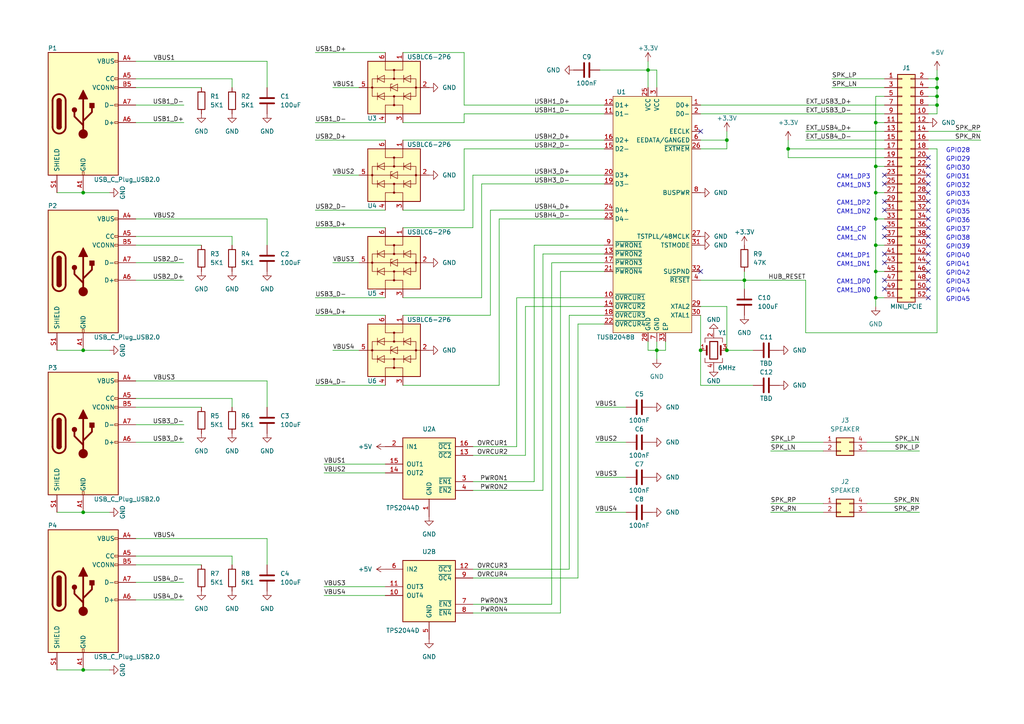
<source format=kicad_sch>
(kicad_sch (version 20230121) (generator eeschema)
  (paper "A4")
  (title_block (title "uConsole Extension USB Hub") (date "2023-07-26") (rev "0.1.0") (company "by argrento") (comment 2 "https://codeberg.org/argrento/uconsole-ext-usb-hub") (comment 4 "--->  UNTESTED  <---"))
  (lib_symbols
    (symbol "Connector:USB_C_Plug_USB2.0" (pin_names (offset 1.016))
      (property "Reference" "P" (at -10.16 19.05 0))
      (property "Value" "USB_C_Plug_USB2.0" (at 12.7 19.05 0))
      (symbol "USB_C_Plug_USB2.0_1_1"
        (pin passive line (at 0 -22.86 90) (length 5.08) (name "GND") (number "A1"))
        (pin passive line (at 0 -22.86 90) (length 5.08) hide (name "GND") (number "A12"))
        (pin passive line (at 15.24 15.24 180) (length 5.08) (name "VBUS") (number "A4"))
        (pin bidirectional line (at 15.24 10.16 180) (length 5.08) (name "CC") (number "A5"))
        (pin bidirectional line (at 15.24 -2.54 180) (length 5.08) (name "D+") (number "A6"))
        (pin bidirectional line (at 15.24 2.54 180) (length 5.08) (name "D-") (number "A7"))
        (pin passive line (at 15.24 15.24 180) (length 5.08) hide (name "VBUS") (number "A9"))
        (pin passive line (at 0 -22.86 90) (length 5.08) hide (name "GND") (number "B1"))
        (pin passive line (at 0 -22.86 90) (length 5.08) hide (name "GND") (number "B12"))
        (pin passive line (at 15.24 15.24 180) (length 5.08) hide (name "VBUS") (number "B4"))
        (pin bidirectional line (at 15.24 7.62 180) (length 5.08) (name "VCONN") (number "B5"))
        (pin passive line (at 15.24 15.24 180) (length 5.08) hide (name "VBUS") (number "B9"))
        (pin passive line (at -7.62 -22.86 90) (length 5.08) (name "SHIELD") (number "S1"))
      )
    )
    (symbol "Connector_Generic:Conn_02x02_Counter_Clockwise" (pin_names (offset 1.016) hide)
      (property "Reference" "J" (at 1.27 2.54 0))
      (property "Value" "Conn_02x02_Counter_Clockwise" (at 1.27 -5.08 0))
      (symbol "Conn_02x02_Counter_Clockwise_1_1"
        (pin passive line (at -5.08 0 0) (length 3.81) (name "Pin_1") (number "1"))
        (pin passive line (at -5.08 -2.54 0) (length 3.81) (name "Pin_2") (number "2"))
        (pin passive line (at 7.62 -2.54 180) (length 3.81) (name "Pin_3") (number "3"))
        (pin passive line (at 7.62 0 180) (length 3.81) (name "Pin_4") (number "4"))
      )
    )
    (symbol "Connector_Generic:Conn_02x26_Odd_Even" (pin_names (offset 1.016) hide)
      (property "Reference" "J" (at 1.27 33.02 0))
      (property "Value" "Conn_02x26_Odd_Even" (at 1.27 -35.56 0))
      (symbol "Conn_02x26_Odd_Even_1_1"
        (pin passive line (at -5.08 30.48 0) (length 3.81) (name "Pin_1") (number "1"))
        (pin passive line (at 7.62 20.32 180) (length 3.81) (name "Pin_10") (number "10"))
        (pin passive line (at -5.08 17.78 0) (length 3.81) (name "Pin_11") (number "11"))
        (pin passive line (at 7.62 17.78 180) (length 3.81) (name "Pin_12") (number "12"))
        (pin passive line (at -5.08 15.24 0) (length 3.81) (name "Pin_13") (number "13"))
        (pin passive line (at 7.62 15.24 180) (length 3.81) (name "Pin_14") (number "14"))
        (pin passive line (at -5.08 12.7 0) (length 3.81) (name "Pin_15") (number "15"))
        (pin passive line (at 7.62 12.7 180) (length 3.81) (name "Pin_16") (number "16"))
        (pin passive line (at -5.08 10.16 0) (length 3.81) (name "Pin_17") (number "17"))
        (pin passive line (at 7.62 10.16 180) (length 3.81) (name "Pin_18") (number "18"))
        (pin passive line (at -5.08 7.62 0) (length 3.81) (name "Pin_19") (number "19"))
        (pin passive line (at 7.62 30.48 180) (length 3.81) (name "Pin_2") (number "2"))
        (pin passive line (at 7.62 7.62 180) (length 3.81) (name "Pin_20") (number "20"))
        (pin passive line (at -5.08 5.08 0) (length 3.81) (name "Pin_21") (number "21"))
        (pin passive line (at 7.62 5.08 180) (length 3.81) (name "Pin_22") (number "22"))
        (pin passive line (at -5.08 2.54 0) (length 3.81) (name "Pin_23") (number "23"))
        (pin passive line (at 7.62 2.54 180) (length 3.81) (name "Pin_24") (number "24"))
        (pin passive line (at -5.08 0 0) (length 3.81) (name "Pin_25") (number "25"))
        (pin passive line (at 7.62 0 180) (length 3.81) (name "Pin_26") (number "26"))
        (pin passive line (at -5.08 -2.54 0) (length 3.81) (name "Pin_27") (number "27"))
        (pin passive line (at 7.62 -2.54 180) (length 3.81) (name "Pin_28") (number "28"))
        (pin passive line (at -5.08 -5.08 0) (length 3.81) (name "Pin_29") (number "29"))
        (pin passive line (at -5.08 27.94 0) (length 3.81) (name "Pin_3") (number "3"))
        (pin passive line (at 7.62 -5.08 180) (length 3.81) (name "Pin_30") (number "30"))
        (pin passive line (at -5.08 -7.62 0) (length 3.81) (name "Pin_31") (number "31"))
        (pin passive line (at 7.62 -7.62 180) (length 3.81) (name "Pin_32") (number "32"))
        (pin passive line (at -5.08 -10.16 0) (length 3.81) (name "Pin_33") (number "33"))
        (pin passive line (at 7.62 -10.16 180) (length 3.81) (name "Pin_34") (number "34"))
        (pin passive line (at -5.08 -12.7 0) (length 3.81) (name "Pin_35") (number "35"))
        (pin passive line (at 7.62 -12.7 180) (length 3.81) (name "Pin_36") (number "36"))
        (pin passive line (at -5.08 -15.24 0) (length 3.81) (name "Pin_37") (number "37"))
        (pin passive line (at 7.62 -15.24 180) (length 3.81) (name "Pin_38") (number "38"))
        (pin passive line (at -5.08 -17.78 0) (length 3.81) (name "Pin_39") (number "39"))
        (pin passive line (at 7.62 27.94 180) (length 3.81) (name "Pin_4") (number "4"))
        (pin passive line (at 7.62 -17.78 180) (length 3.81) (name "Pin_40") (number "40"))
        (pin passive line (at -5.08 -20.32 0) (length 3.81) (name "Pin_41") (number "41"))
        (pin passive line (at 7.62 -20.32 180) (length 3.81) (name "Pin_42") (number "42"))
        (pin passive line (at -5.08 -22.86 0) (length 3.81) (name "Pin_43") (number "43"))
        (pin passive line (at 7.62 -22.86 180) (length 3.81) (name "Pin_44") (number "44"))
        (pin passive line (at -5.08 -25.4 0) (length 3.81) (name "Pin_45") (number "45"))
        (pin passive line (at 7.62 -25.4 180) (length 3.81) (name "Pin_46") (number "46"))
        (pin passive line (at -5.08 -27.94 0) (length 3.81) (name "Pin_47") (number "47"))
        (pin passive line (at 7.62 -27.94 180) (length 3.81) (name "Pin_48") (number "48"))
        (pin passive line (at -5.08 -30.48 0) (length 3.81) (name "Pin_49") (number "49"))
        (pin passive line (at -5.08 25.4 0) (length 3.81) (name "Pin_5") (number "5"))
        (pin passive line (at 7.62 -30.48 180) (length 3.81) (name "Pin_50") (number "50"))
        (pin passive line (at -5.08 -33.02 0) (length 3.81) (name "Pin_51") (number "51"))
        (pin passive line (at 7.62 -33.02 180) (length 3.81) (name "Pin_52") (number "52"))
        (pin passive line (at 7.62 25.4 180) (length 3.81) (name "Pin_6") (number "6"))
        (pin passive line (at -5.08 22.86 0) (length 3.81) (name "Pin_7") (number "7"))
        (pin passive line (at 7.62 22.86 180) (length 3.81) (name "Pin_8") (number "8"))
        (pin passive line (at -5.08 20.32 0) (length 3.81) (name "Pin_9") (number "9"))
      )
    )
    (symbol "Device:C" (pin_numbers hide) (pin_names (offset 0.254))
      (property "Reference" "C" (at 0.635 2.54 0))
      (property "Value" "C" (at 0.635 -2.54 0))
      (symbol "C_1_1"
        (pin passive line (at 0 3.81 270) (length 2.794) (name "~") (number "1"))
        (pin passive line (at 0 -3.81 90) (length 2.794) (name "~") (number "2"))
      )
    )
    (symbol "Device:Crystal_GND24" (pin_names (offset 1.016) hide)
      (property "Reference" "Y" (at 3.175 5.08 0))
      (property "Value" "Crystal_GND24" (at 3.175 3.175 0))
      (symbol "Crystal_GND24_1_1"
        (pin passive line (at -3.81 0 0) (length 1.27) (name "1") (number "1"))
        (pin passive line (at 0 5.08 270) (length 1.27) (name "2") (number "2"))
        (pin passive line (at 3.81 0 180) (length 1.27) (name "3") (number "3"))
        (pin passive line (at 0 -5.08 90) (length 1.27) (name "4") (number "4"))
      )
    )
    (symbol "Device:R" (pin_numbers hide) (pin_names (offset 0))
      (property "Reference" "R" (at 2.032 0 90))
      (property "Value" "R" (at 0 0 90))
      (symbol "R_1_1"
        (pin passive line (at 0 3.81 270) (length 1.27) (name "~") (number "1"))
        (pin passive line (at 0 -3.81 90) (length 1.27) (name "~") (number "2"))
      )
    )
    (symbol "Power_Management:TPS2044D" (pin_names (offset 1.016))
      (property "Reference" "U" (at 0 10.795 0))
      (property "Value" "TPS2044D" (at 0 8.89 0))
      (symbol "TPS2044D_1_1"
        (pin power_in line (at 0 -15.24 90) (length 5.08) (name "GND") (number "1"))
        (pin open_collector line (at -12.7 2.54 0) (length 5.08) (name "~{OC2}") (number "13"))
        (pin power_out line (at 12.7 -2.54 180) (length 5.08) (name "OUT2") (number "14"))
        (pin power_out line (at 12.7 0 180) (length 5.08) (name "OUT1") (number "15"))
        (pin open_collector line (at -12.7 5.08 0) (length 5.08) (name "~{OC1}") (number "16"))
        (pin power_in line (at 12.7 5.08 180) (length 5.08) (name "IN1") (number "2"))
        (pin input line (at -12.7 -5.08 0) (length 5.08) (name "~{EN1}") (number "3"))
        (pin input line (at -12.7 -7.62 0) (length 5.08) (name "~{EN2}") (number "4"))
      )
      (symbol "TPS2044D_2_1"
        (pin power_out line (at 12.7 -2.54 180) (length 5.08) (name "OUT4") (number "10"))
        (pin power_out line (at 12.7 0 180) (length 5.08) (name "OUT3") (number "11"))
        (pin open_collector line (at -12.7 5.08 0) (length 5.08) (name "~{OC3}") (number "12"))
        (pin power_in line (at 0 -15.24 90) (length 5.08) (name "GND") (number "5"))
        (pin power_in line (at 12.7 5.08 180) (length 5.08) (name "IN2") (number "6"))
        (pin input line (at -12.7 -5.08 0) (length 5.08) (name "~{EN3}") (number "7"))
        (pin input line (at -12.7 -7.62 0) (length 5.08) (name "~{EN4}") (number "8"))
        (pin open_collector line (at -12.7 2.54 0) (length 5.08) (name "~{OC4}") (number "9"))
      )
    )
    (symbol "Power_Protection:USBLC6-2P6" (pin_names hide)
      (property "Reference" "U" (at 2.54 8.89 0))
      (property "Value" "USBLC6-2P6" (at 2.54 -8.89 0))
      (symbol "USBLC6-2P6_1_1"
        (pin passive line (at -10.16 -2.54 0) (length 2.54) (name "I/O1") (number "1"))
        (pin passive line (at 0 -10.16 90) (length 2.54) (name "GND") (number "2"))
        (pin passive line (at 10.16 -2.54 180) (length 2.54) (name "I/O2") (number "3"))
        (pin passive line (at 10.16 2.54 180) (length 2.54) (name "I/O2") (number "4"))
        (pin passive line (at 0 10.16 270) (length 2.54) (name "VBUS") (number "5"))
        (pin passive line (at -10.16 2.54 0) (length 2.54) (name "I/O1") (number "6"))
      )
    )
    (symbol "custom_components:TUSB2046x"
      (property "Reference" "U" (at -10.16 35.56 0))
      (property "Value" "TUSB2046B" (at 7.62 -38.1 0))
      (symbol "TUSB2046x_1_1"
        (pin bidirectional line (at -15.24 30.48 0) (length 2.54) (name "D0+") (number "1"))
        (pin input line (at 12.7 -25.4 180) (length 2.54) (name "~{OVRCUR1}") (number "10"))
        (pin bidirectional line (at 12.7 27.94 180) (length 2.54) (name "D1-") (number "11"))
        (pin bidirectional line (at 12.7 30.48 180) (length 2.54) (name "D1+") (number "12"))
        (pin output line (at 12.7 -12.7 180) (length 2.54) (name "~{PWRON2}") (number "13"))
        (pin input line (at 12.7 -27.94 180) (length 2.54) (name "~{OVRCUR2}") (number "14"))
        (pin bidirectional line (at 12.7 17.78 180) (length 2.54) (name "D2-") (number "15"))
        (pin bidirectional line (at 12.7 20.32 180) (length 2.54) (name "D2+") (number "16"))
        (pin output line (at 12.7 -15.24 180) (length 2.54) (name "~{PWRON3}") (number "17"))
        (pin input line (at 12.7 -30.48 180) (length 2.54) (name "~{OVRCUR3}") (number "18"))
        (pin bidirectional line (at 12.7 7.62 180) (length 2.54) (name "D3-") (number "19"))
        (pin bidirectional line (at -15.24 27.94 0) (length 2.54) (name "D0-") (number "2"))
        (pin bidirectional line (at 12.7 10.16 180) (length 2.54) (name "D3+") (number "20"))
        (pin output line (at 12.7 -17.78 180) (length 2.54) (name "~{PWRON4}") (number "21"))
        (pin input line (at 12.7 -33.02 180) (length 2.54) (name "~{OVRCUR4}") (number "22"))
        (pin bidirectional line (at 12.7 -2.54 180) (length 2.54) (name "D4-") (number "23"))
        (pin bidirectional line (at 12.7 0 180) (length 2.54) (name "D4+") (number "24"))
        (pin power_in line (at 0 35.56 270) (length 2.54) (name "VCC") (number "25"))
        (pin input line (at -15.24 17.78 0) (length 2.54) (name "~{EXTMEM}") (number "26"))
        (pin bidirectional line (at -15.24 -7.62 0) (length 2.54) (name "TSTPLL/48MCLK") (number "27"))
        (pin passive line (at 0 -38.1 90) (length 2.54) (name "GND") (number "28"))
        (pin input line (at -15.24 -27.94 0) (length 2.54) (name "XTAL2") (number "29"))
        (pin power_in line (at -2.54 35.56 270) (length 2.54) (name "VCC") (number "3"))
        (pin input line (at -15.24 -30.48 0) (length 2.54) (name "XTAL1") (number "30"))
        (pin input line (at -15.24 -10.16 0) (length 2.54) (name "TSTMODE") (number "31"))
        (pin input line (at -15.24 -17.78 0) (length 2.54) (name "SUSPND") (number "32"))
        (pin passive line (at -5.08 -38.1 90) (length 2.54) (name "EP") (number "33"))
        (pin power_in line (at -15.24 -20.32 0) (length 2.54) (name "~{RESET}") (number "4"))
        (pin output line (at -15.24 22.86 0) (length 2.54) (name "EECLK") (number "5"))
        (pin bidirectional line (at -15.24 20.32 0) (length 2.54) (name "EEDATA/GANGED") (number "6"))
        (pin passive line (at -2.54 -38.1 90) (length 2.54) (name "GND") (number "7"))
        (pin passive line (at -15.24 5.08 0) (length 2.54) (name "BUSPWR") (number "8"))
        (pin output line (at 12.7 -10.16 180) (length 2.54) (name "~{PWRON1}") (number "9"))
      )
    )
    (symbol "power:+3.3V" (power) (pin_names (offset 0))
      (property "Value" "+3.3V" (at 0 3.556 0))
      (symbol "+3.3V_1_1"
        (pin power_in line (at 0 0 90) (length 0) hide (name "+3.3V") (number "1"))
      )
    )
    (symbol "power:+5V" (power) (pin_names (offset 0))
      (property "Value" "+5V" (at 0 3.556 0))
      (symbol "+5V_1_1"
        (pin power_in line (at 0 0 90) (length 0) hide (name "+5V") (number "1"))
      )
    )
    (symbol "power:GND" (power) (pin_names (offset 0))
      (property "Value" "GND" (at 0 -3.81 0))
      (symbol "GND_1_1"
        (pin power_in line (at 0 0 270) (length 0) hide (name "GND") (number "1"))
      )
    )
  )
  (junction (at 254 55.88))
  (junction (at 24.13 55.88))
  (junction (at 203.2 101.6))
  (junction (at 271.78 30.48))
  (junction (at 190.5 101.6))
  (junction (at 271.78 22.86))
  (junction (at 228.6 43.18))
  (junction (at 254 63.5))
  (junction (at 254 78.74))
  (junction (at 24.13 194.31))
  (junction (at 24.13 148.59))
  (junction (at 271.78 27.94))
  (junction (at 24.13 101.6))
  (junction (at 187.96 20.32))
  (junction (at 271.78 25.4))
  (junction (at 210.82 40.64))
  (junction (at 254 35.56))
  (junction (at 215.9 81.28))
  (junction (at 254 48.26))
  (junction (at 254 71.12))
  (junction (at 210.82 101.6))
  (junction (at 254 86.36))
  (no_connect (at 269.24 81.28))
  (no_connect (at 269.24 55.88))
  (no_connect (at 269.24 71.12))
  (no_connect (at 256.54 66.04))
  (no_connect (at 269.24 60.96))
  (no_connect (at 269.24 53.34))
  (no_connect (at 269.24 76.2))
  (no_connect (at 256.54 53.34))
  (no_connect (at 256.54 76.2))
  (no_connect (at 256.54 83.82))
  (no_connect (at 256.54 58.42))
  (no_connect (at 269.24 78.74))
  (no_connect (at 269.24 66.04))
  (no_connect (at 203.2 38.1))
  (no_connect (at 256.54 73.66))
  (no_connect (at 269.24 86.36))
  (no_connect (at 256.54 81.28))
  (no_connect (at 269.24 45.72))
  (no_connect (at 269.24 48.26))
  (no_connect (at 256.54 50.8))
  (no_connect (at 269.24 73.66))
  (no_connect (at 269.24 58.42))
  (no_connect (at 203.2 78.74))
  (no_connect (at 256.54 68.58))
  (no_connect (at 256.54 60.96))
  (no_connect (at 269.24 68.58))
  (no_connect (at 269.24 63.5))
  (no_connect (at 269.24 83.82))
  (no_connect (at 269.24 50.8))
  (wire (pts (xy 254 71.12) (xy 254 78.74)))
  (wire (pts (xy 134.62 43.18) (xy 175.26 43.18)))
  (wire (pts (xy 254 48.26) (xy 256.54 48.26)))
  (wire (pts (xy 53.34 35.56) (xy 39.37 35.56)))
  (wire (pts (xy 228.6 43.18) (xy 228.6 40.64)))
  (wire (pts (xy 223.52 148.59) (xy 238.76 148.59)))
  (wire (pts (xy 39.37 25.4) (xy 58.42 25.4)))
  (wire (pts (xy 210.82 101.6) (xy 218.44 101.6)))
  (wire (pts (xy 233.68 40.64) (xy 256.54 40.64)))
  (wire (pts (xy 93.98 172.72) (xy 111.76 172.72)))
  (wire (pts (xy 175.26 71.12) (xy 154.94 71.12)))
  (wire (pts (xy 256.54 27.94) (xy 254 27.94)))
  (wire (pts (xy 91.44 111.76) (xy 111.76 111.76)))
  (wire (pts (xy 91.44 15.24) (xy 111.76 15.24)))
  (wire (pts (xy 137.16 139.7) (xy 154.94 139.7)))
  (wire (pts (xy 96.52 101.6) (xy 104.14 101.6)))
  (wire (pts (xy 91.44 66.04) (xy 111.76 66.04)))
  (wire (pts (xy 210.82 40.64) (xy 210.82 38.1)))
  (wire (pts (xy 165.1 165.1) (xy 137.16 165.1)))
  (wire (pts (xy 228.6 45.72) (xy 256.54 45.72)))
  (wire (pts (xy 39.37 118.11) (xy 58.42 118.11)))
  (wire (pts (xy 39.37 17.78) (xy 77.47 17.78)))
  (wire (pts (xy 162.56 78.74) (xy 175.26 78.74)))
  (wire (pts (xy 190.5 99.06) (xy 190.5 101.6)))
  (wire (pts (xy 215.9 81.28) (xy 215.9 83.82)))
  (wire (pts (xy 233.68 81.28) (xy 233.68 96.52)))
  (wire (pts (xy 139.7 53.34) (xy 139.7 86.36)))
  (wire (pts (xy 77.47 110.49) (xy 77.47 118.11)))
  (wire (pts (xy 215.9 78.74) (xy 215.9 81.28)))
  (wire (pts (xy 269.24 25.4) (xy 271.78 25.4)))
  (wire (pts (xy 134.62 33.02) (xy 134.62 35.56)))
  (wire (pts (xy 157.48 73.66) (xy 175.26 73.66)))
  (wire (pts (xy 241.3 25.4) (xy 256.54 25.4)))
  (wire (pts (xy 165.1 91.44) (xy 165.1 165.1)))
  (wire (pts (xy 173.99 20.32) (xy 187.96 20.32)))
  (wire (pts (xy 266.7 128.27) (xy 251.46 128.27)))
  (wire (pts (xy 96.52 25.4) (xy 104.14 25.4)))
  (wire (pts (xy 53.34 81.28) (xy 39.37 81.28)))
  (wire (pts (xy 16.51 194.31) (xy 24.13 194.31)))
  (wire (pts (xy 157.48 142.24) (xy 137.16 142.24)))
  (wire (pts (xy 254 63.5) (xy 254 71.12)))
  (wire (pts (xy 233.68 38.1) (xy 256.54 38.1)))
  (wire (pts (xy 172.72 148.59) (xy 181.61 148.59)))
  (wire (pts (xy 210.82 43.18) (xy 210.82 40.64)))
  (wire (pts (xy 24.13 101.6) (xy 31.75 101.6)))
  (wire (pts (xy 254 48.26) (xy 254 55.88)))
  (wire (pts (xy 77.47 17.78) (xy 77.47 25.4)))
  (wire (pts (xy 96.52 50.8) (xy 104.14 50.8)))
  (wire (pts (xy 269.24 30.48) (xy 271.78 30.48)))
  (wire (pts (xy 203.2 81.28) (xy 215.9 81.28)))
  (wire (pts (xy 53.34 173.99) (xy 39.37 173.99)))
  (wire (pts (xy 149.86 129.54) (xy 137.16 129.54)))
  (wire (pts (xy 254 78.74) (xy 256.54 78.74)))
  (wire (pts (xy 67.31 161.29) (xy 67.31 163.83)))
  (wire (pts (xy 271.78 33.02) (xy 271.78 30.48)))
  (wire (pts (xy 77.47 156.21) (xy 77.47 163.83)))
  (wire (pts (xy 116.84 66.04) (xy 137.16 66.04)))
  (wire (pts (xy 241.3 22.86) (xy 256.54 22.86)))
  (wire (pts (xy 187.96 20.32) (xy 190.5 20.32)))
  (wire (pts (xy 228.6 43.18) (xy 256.54 43.18)))
  (wire (pts (xy 16.51 101.6) (xy 24.13 101.6)))
  (wire (pts (xy 172.72 128.27) (xy 181.61 128.27)))
  (wire (pts (xy 39.37 63.5) (xy 77.47 63.5)))
  (wire (pts (xy 137.16 66.04) (xy 137.16 50.8)))
  (wire (pts (xy 256.54 30.48) (xy 203.2 30.48)))
  (wire (pts (xy 271.78 25.4) (xy 271.78 22.86)))
  (wire (pts (xy 193.04 101.6) (xy 193.04 99.06)))
  (wire (pts (xy 137.16 50.8) (xy 175.26 50.8)))
  (wire (pts (xy 53.34 128.27) (xy 39.37 128.27)))
  (wire (pts (xy 266.7 146.05) (xy 251.46 146.05)))
  (wire (pts (xy 254 71.12) (xy 256.54 71.12)))
  (wire (pts (xy 254 55.88) (xy 254 63.5)))
  (wire (pts (xy 175.26 33.02) (xy 134.62 33.02)))
  (wire (pts (xy 67.31 22.86) (xy 67.31 25.4)))
  (wire (pts (xy 190.5 20.32) (xy 190.5 25.4)))
  (wire (pts (xy 203.2 43.18) (xy 210.82 43.18)))
  (wire (pts (xy 254 78.74) (xy 254 86.36)))
  (wire (pts (xy 165.1 91.44) (xy 175.26 91.44)))
  (wire (pts (xy 203.2 40.64) (xy 210.82 40.64)))
  (wire (pts (xy 284.48 40.64) (xy 269.24 40.64)))
  (wire (pts (xy 203.2 91.44) (xy 203.2 101.6)))
  (wire (pts (xy 271.78 43.18) (xy 271.78 96.52)))
  (wire (pts (xy 154.94 71.12) (xy 154.94 139.7)))
  (wire (pts (xy 172.72 138.43) (xy 181.61 138.43)))
  (wire (pts (xy 266.7 148.59) (xy 251.46 148.59)))
  (wire (pts (xy 24.13 55.88) (xy 31.75 55.88)))
  (wire (pts (xy 254 27.94) (xy 254 35.56)))
  (wire (pts (xy 53.34 30.48) (xy 39.37 30.48)))
  (wire (pts (xy 39.37 68.58) (xy 67.31 68.58)))
  (wire (pts (xy 53.34 168.91) (xy 39.37 168.91)))
  (wire (pts (xy 254 55.88) (xy 256.54 55.88)))
  (wire (pts (xy 39.37 115.57) (xy 67.31 115.57)))
  (wire (pts (xy 271.78 30.48) (xy 271.78 27.94)))
  (wire (pts (xy 162.56 177.8) (xy 137.16 177.8)))
  (wire (pts (xy 160.02 175.26) (xy 137.16 175.26)))
  (wire (pts (xy 16.51 55.88) (xy 24.13 55.88)))
  (wire (pts (xy 187.96 101.6) (xy 190.5 101.6)))
  (wire (pts (xy 144.78 111.76) (xy 116.84 111.76)))
  (wire (pts (xy 254 63.5) (xy 256.54 63.5)))
  (wire (pts (xy 39.37 156.21) (xy 77.47 156.21)))
  (wire (pts (xy 134.62 15.24) (xy 116.84 15.24)))
  (wire (pts (xy 218.44 111.76) (xy 203.2 111.76)))
  (wire (pts (xy 271.78 22.86) (xy 271.78 20.32)))
  (wire (pts (xy 223.52 130.81) (xy 238.76 130.81)))
  (wire (pts (xy 254 35.56) (xy 254 48.26)))
  (wire (pts (xy 134.62 43.18) (xy 134.62 60.96)))
  (wire (pts (xy 91.44 60.96) (xy 111.76 60.96)))
  (wire (pts (xy 172.72 118.11) (xy 181.61 118.11)))
  (wire (pts (xy 175.26 76.2) (xy 160.02 76.2)))
  (wire (pts (xy 157.48 73.66) (xy 157.48 142.24)))
  (wire (pts (xy 91.44 91.44) (xy 111.76 91.44)))
  (wire (pts (xy 144.78 63.5) (xy 175.26 63.5)))
  (wire (pts (xy 139.7 86.36) (xy 116.84 86.36)))
  (wire (pts (xy 24.13 148.59) (xy 31.75 148.59)))
  (wire (pts (xy 266.7 130.81) (xy 251.46 130.81)))
  (wire (pts (xy 137.16 132.08) (xy 152.4 132.08)))
  (wire (pts (xy 254 86.36) (xy 256.54 86.36)))
  (wire (pts (xy 152.4 88.9) (xy 175.26 88.9)))
  (wire (pts (xy 190.5 101.6) (xy 193.04 101.6)))
  (wire (pts (xy 67.31 115.57) (xy 67.31 118.11)))
  (wire (pts (xy 149.86 86.36) (xy 175.26 86.36)))
  (wire (pts (xy 91.44 35.56) (xy 111.76 35.56)))
  (wire (pts (xy 269.24 27.94) (xy 271.78 27.94)))
  (wire (pts (xy 134.62 30.48) (xy 134.62 15.24)))
  (wire (pts (xy 210.82 88.9) (xy 210.82 101.6)))
  (wire (pts (xy 187.96 99.06) (xy 187.96 101.6)))
  (wire (pts (xy 175.26 30.48) (xy 134.62 30.48)))
  (wire (pts (xy 160.02 76.2) (xy 160.02 175.26)))
  (wire (pts (xy 269.24 22.86) (xy 271.78 22.86)))
  (wire (pts (xy 39.37 110.49) (xy 77.47 110.49)))
  (wire (pts (xy 167.64 93.98) (xy 175.26 93.98)))
  (wire (pts (xy 67.31 68.58) (xy 67.31 71.12)))
  (wire (pts (xy 269.24 33.02) (xy 271.78 33.02)))
  (wire (pts (xy 271.78 27.94) (xy 271.78 25.4)))
  (wire (pts (xy 167.64 167.64) (xy 137.16 167.64)))
  (wire (pts (xy 228.6 45.72) (xy 228.6 43.18)))
  (wire (pts (xy 24.13 194.31) (xy 31.75 194.31)))
  (wire (pts (xy 223.52 128.27) (xy 238.76 128.27)))
  (wire (pts (xy 203.2 101.6) (xy 203.2 111.76)))
  (wire (pts (xy 142.24 91.44) (xy 142.24 60.96)))
  (wire (pts (xy 93.98 134.62) (xy 111.76 134.62)))
  (wire (pts (xy 152.4 132.08) (xy 152.4 88.9)))
  (wire (pts (xy 256.54 33.02) (xy 203.2 33.02)))
  (wire (pts (xy 167.64 93.98) (xy 167.64 167.64)))
  (wire (pts (xy 39.37 71.12) (xy 58.42 71.12)))
  (wire (pts (xy 215.9 81.28) (xy 233.68 81.28)))
  (wire (pts (xy 139.7 53.34) (xy 175.26 53.34)))
  (wire (pts (xy 203.2 88.9) (xy 210.82 88.9)))
  (wire (pts (xy 91.44 40.64) (xy 111.76 40.64)))
  (wire (pts (xy 116.84 40.64) (xy 175.26 40.64)))
  (wire (pts (xy 149.86 129.54) (xy 149.86 86.36)))
  (wire (pts (xy 39.37 161.29) (xy 67.31 161.29)))
  (wire (pts (xy 53.34 76.2) (xy 39.37 76.2)))
  (wire (pts (xy 233.68 96.52) (xy 271.78 96.52)))
  (wire (pts (xy 39.37 163.83) (xy 58.42 163.83)))
  (wire (pts (xy 144.78 63.5) (xy 144.78 111.76)))
  (wire (pts (xy 190.5 101.6) (xy 190.5 104.14)))
  (wire (pts (xy 187.96 17.78) (xy 187.96 20.32)))
  (wire (pts (xy 134.62 60.96) (xy 116.84 60.96)))
  (wire (pts (xy 93.98 170.18) (xy 111.76 170.18)))
  (wire (pts (xy 134.62 35.56) (xy 116.84 35.56)))
  (wire (pts (xy 93.98 137.16) (xy 111.76 137.16)))
  (wire (pts (xy 77.47 63.5) (xy 77.47 71.12)))
  (wire (pts (xy 116.84 91.44) (xy 142.24 91.44)))
  (wire (pts (xy 53.34 123.19) (xy 39.37 123.19)))
  (wire (pts (xy 254 86.36) (xy 254 88.9)))
  (wire (pts (xy 39.37 22.86) (xy 67.31 22.86)))
  (wire (pts (xy 162.56 78.74) (xy 162.56 177.8)))
  (wire (pts (xy 91.44 86.36) (xy 111.76 86.36)))
  (wire (pts (xy 223.52 146.05) (xy 238.76 146.05)))
  (wire (pts (xy 142.24 60.96) (xy 175.26 60.96)))
  (wire (pts (xy 254 35.56) (xy 256.54 35.56)))
  (wire (pts (xy 96.52 76.2) (xy 104.14 76.2)))
  (wire (pts (xy 16.51 148.59) (xy 24.13 148.59)))
  (wire (pts (xy 187.96 20.32) (xy 187.96 25.4)))
  (wire (pts (xy 284.48 38.1) (xy 269.24 38.1)))
  (wire (pts (xy 271.78 43.18) (xy 269.24 43.18)))
  (text "CAM1_DN1" (at 242.57 77.47 0) (effects (font (size 1.27 1.27)) (justify left bottom)))
  (text "GPIO43" (at 274.32 82.55 0) (effects (font (size 1.27 1.27)) (justify left bottom)))
  (text "CAM1_DP3" (at 242.57 52.07 0) (effects (font (size 1.27 1.27)) (justify left bottom)))
  (text "CAM1_DP0" (at 242.57 82.55 0) (effects (font (size 1.27 1.27)) (justify left bottom)))
  (text "GPIO31" (at 274.32 52.07 0) (effects (font (size 1.27 1.27)) (justify left bottom)))
  (text "GPIO42" (at 274.32 80.01 0) (effects (font (size 1.27 1.27)) (justify left bottom)))
  (text "CAM1_DN3" (at 242.57 54.61 0) (effects (font (size 1.27 1.27)) (justify left bottom)))
  (text "GPIO29" (at 274.32 46.99 0) (effects (font (size 1.27 1.27)) (justify left bottom)))
  (text "CAM1_DP2" (at 242.57 59.69 0) (effects (font (size 1.27 1.27)) (justify left bottom)))
  (text "GPIO41" (at 274.32 77.47 0) (effects (font (size 1.27 1.27)) (justify left bottom)))
  (text "CAM1_DP1" (at 242.57 74.93 0) (effects (font (size 1.27 1.27)) (justify left bottom)))
  (text "GPIO32" (at 274.32 54.61 0) (effects (font (size 1.27 1.27)) (justify left bottom)))
  (text "GPIO28" (at 274.32 44.45 0) (effects (font (size 1.27 1.27)) (justify left bottom)))
  (text "GPIO38" (at 274.32 69.85 0) (effects (font (size 1.27 1.27)) (justify left bottom)))
  (text "GPIO30" (at 274.32 49.53 0) (effects (font (size 1.27 1.27)) (justify left bottom)))
  (text "CAM1_DN2" (at 242.57 62.23 0) (effects (font (size 1.27 1.27)) (justify left bottom)))
  (text "CAM1_DN0" (at 242.57 85.09 0) (effects (font (size 1.27 1.27)) (justify left bottom)))
  (text "GPIO39" (at 274.32 72.39 0) (effects (font (size 1.27 1.27)) (justify left bottom)))
  (text "CAM1_CP" (at 242.57 67.31 0) (effects (font (size 1.27 1.27)) (justify left bottom)))
  (text "GPIO34" (at 274.32 59.69 0) (effects (font (size 1.27 1.27)) (justify left bottom)))
  (text "GPIO37" (at 274.32 67.31 0) (effects (font (size 1.27 1.27)) (justify left bottom)))
  (text "GPIO33" (at 274.32 57.15 0) (effects (font (size 1.27 1.27)) (justify left bottom)))
  (text "CAM1_CN" (at 242.57 69.85 0) (effects (font (size 1.27 1.27)) (justify left bottom)))
  (text "GPIO36" (at 274.32 64.77 0) (effects (font (size 1.27 1.27)) (justify left bottom)))
  (text "GPIO35" (at 274.32 62.23 0) (effects (font (size 1.27 1.27)) (justify left bottom)))
  (text "GPIO44" (at 274.32 85.09 0) (effects (font (size 1.27 1.27)) (justify left bottom)))
  (text "GPIO45" (at 274.32 87.63 0) (effects (font (size 1.27 1.27)) (justify left bottom)))
  (text "GPIO40" (at 274.32 74.93 0) (effects (font (size 1.27 1.27)) (justify left bottom)))
  (label "VBUS4" (at 93.98 172.72 0))
  (label "VBUS4" (at 96.52 101.6 0))
  (label "USB2_D+" (at 53.34 81.28 180))
  (label "EXT_USB4_D-" (at 233.68 40.64 0))
  (label "USB4_D-" (at 91.44 111.76 0))
  (label "USBH4_D+" (at 154.94 60.96 0))
  (label "USB3_D-" (at 53.34 123.19 180))
  (label "USBH2_D-" (at 154.94 43.18 0))
  (label "VBUS1" (at 96.52 25.4 0))
  (label "USB2_D+" (at 91.44 40.64 0))
  (label "USBH4_D-" (at 154.94 63.5 0))
  (label "VBUS3" (at 93.98 170.18 0))
  (label "SPK_RP" (at 223.52 146.05 0))
  (label "SPK_RP" (at 284.48 38.1 180))
  (label "USB1_D-" (at 91.44 35.56 0))
  (label "EXT_USB3_D-" (at 233.68 33.02 0))
  (label "USBH1_D+" (at 154.94 30.48 0))
  (label "SPK_LN" (at 223.52 130.81 0))
  (label "VBUS2" (at 172.72 128.27 0))
  (label "VBUS1" (at 172.72 118.11 0))
  (label "USB3_D-" (at 91.44 86.36 0))
  (label "VBUS4" (at 50.8 156.21 180))
  (label "VBUS2" (at 50.8 63.5 180))
  (label "SPK_LP" (at 223.52 128.27 0))
  (label "VBUS2" (at 96.52 50.8 0))
  (label "VBUS3" (at 50.8 110.49 180))
  (label "USB3_D+" (at 53.34 128.27 180))
  (label "PWRON2" (at 147.32 142.24 180))
  (label "USB1_D+" (at 91.44 15.24 0))
  (label "SPK_LN" (at 241.3 25.4 0))
  (label "VBUS1" (at 93.98 134.62 0))
  (label "SPK_LP" (at 241.3 22.86 0))
  (label "EXT_USB4_D+" (at 233.68 38.1 0))
  (label "USB1_D-" (at 53.34 30.48 180))
  (label "OVRCUR2" (at 147.32 132.08 180))
  (label "USB3_D+" (at 91.44 66.04 0))
  (label "USB4_D-" (at 53.34 168.91 180))
  (label "OVRCUR3" (at 147.32 165.1 180))
  (label "USB4_D+" (at 53.34 173.99 180))
  (label "VBUS2" (at 93.98 137.16 0))
  (label "PWRON3" (at 147.32 175.26 180))
  (label "HUB_RESET" (at 233.68 81.28 180))
  (label "USB1_D+" (at 53.34 35.56 180))
  (label "OVRCUR1" (at 147.32 129.54 180))
  (label "USBH1_D-" (at 154.94 33.02 0))
  (label "EXT_USB3_D+" (at 233.68 30.48 0))
  (label "PWRON4" (at 147.32 177.8 180))
  (label "SPK_LP" (at 266.7 130.81 180))
  (label "USB4_D+" (at 91.44 91.44 0))
  (label "SPK_LN" (at 266.7 128.27 180))
  (label "PWRON1" (at 147.32 139.7 180))
  (label "SPK_RP" (at 266.7 148.59 180))
  (label "VBUS3" (at 172.72 138.43 0))
  (label "VBUS1" (at 50.8 17.78 180))
  (label "USB2_D-" (at 91.44 60.96 0))
  (label "USBH2_D+" (at 154.94 40.64 0))
  (label "VBUS3" (at 96.52 76.2 0))
  (label "VBUS4" (at 172.72 148.59 0))
  (label "SPK_RN" (at 284.48 40.64 180))
  (label "SPK_RN" (at 223.52 148.59 0))
  (label "USB2_D-" (at 53.34 76.2 180))
  (label "OVRCUR4" (at 147.32 167.64 180))
  (label "USBH3_D+" (at 154.94 50.8 0))
  (label "SPK_RN" (at 266.7 146.05 180))
  (label "USBH3_D-" (at 154.94 53.34 0))
  (symbol (lib_id "Power_Protection:USBLC6-2P6") (at 114.3 101.6 90) (mirror x) (unit 1)
    (property "Reference" "U6" (at 107.95 110.49 90))
    (property "Value" "USBLC6-2P6" (at 124.46 92.71 90))
    (property "Footprint" "Package_TO_SOT_SMD:SOT-666" (effects hide))
    (property "Datasheet" "https://www.st.com/resource/en/datasheet/usblc6-2.pdf" (effects hide))
  )
  (symbol (lib_id "power:GND") (at 166.37 20.32 270) (mirror x) (unit 1)
    (property "Reference" "#PWR034" (effects hide))
    (property "Value" "GND" (at 162.56 20.32 90) (effects (justify right)))
  )
  (symbol (lib_id "power:GND") (at 77.47 78.74 0) (unit 1)
    (property "Reference" "#PWR023" (effects hide))
    (property "Value" "GND" (at 77.47 83.82 0))
  )
  (symbol (lib_id "power:GND") (at 67.31 78.74 0) (unit 1)
    (property "Reference" "#PWR016" (effects hide))
    (property "Value" "GND" (at 67.31 83.82 0))
  )
  (symbol (lib_id "power:GND") (at 31.75 148.59 90) (unit 1)
    (property "Reference" "#PWR09" (effects hide))
    (property "Value" "GND" (at 35.56 148.59 0))
  )
  (symbol (lib_id "Power_Protection:USBLC6-2P6") (at 114.3 25.4 90) (mirror x) (unit 1)
    (property "Reference" "U3" (at 107.95 34.29 90))
    (property "Value" "USBLC6-2P6" (at 124.46 16.51 90))
    (property "Footprint" "Package_TO_SOT_SMD:SOT-666" (effects hide))
    (property "Datasheet" "https://www.st.com/resource/en/datasheet/usblc6-2.pdf" (effects hide))
  )
  (symbol (lib_id "Device:R") (at 67.31 74.93 0) (unit 1)
    (property "Reference" "R4" (at 69.85 73.66 0) (effects (justify left)))
    (property "Value" "5K1" (at 69.85 76.2 0) (effects (justify left)))
    (property "Footprint" "Resistor_SMD:R_0603_1608Metric" (effects hide))
  )
  (symbol (lib_id "power:GND") (at 31.75 194.31 90) (unit 1)
    (property "Reference" "#PWR010" (effects hide))
    (property "Value" "GND" (at 35.56 194.31 0))
  )
  (symbol (lib_id "power:GND") (at 190.5 104.14 0) (unit 1)
    (property "Reference" "#PWR025" (effects hide))
    (property "Value" "GND" (at 190.5 109.22 0))
  )
  (symbol (lib_id "power:+3.3V") (at 228.6 40.64 0) (unit 1)
    (property "Reference" "#PWR02" (effects hide))
    (property "Value" "+3.3V" (at 228.6 35.56 0))
  )
  (symbol (lib_id "Device:C") (at 185.42 118.11 90) (unit 1)
    (property "Reference" "C5" (at 185.42 114.3 90))
    (property "Value" "100nF" (at 185.42 121.92 90))
    (property "Footprint" "Capacitor_SMD:C_0603_1608Metric" (effects hide))
  )
  (symbol (lib_id "power:GND") (at 124.46 185.42 0) (unit 1)
    (property "Reference" "#PWR06" (effects hide))
    (property "Value" "GND" (at 124.46 190.5 0))
  )
  (symbol (lib_id "power:GND") (at 203.2 71.12 90) (mirror x) (unit 1)
    (property "Reference" "#PWR039" (effects hide))
    (property "Value" "GND" (at 207.01 71.12 90) (effects (justify right)))
  )
  (symbol (lib_id "power:GND") (at 203.2 55.88 90) (mirror x) (unit 1)
    (property "Reference" "#PWR037" (effects hide))
    (property "Value" "GND" (at 207.01 55.88 90) (effects (justify right)))
  )
  (symbol (lib_id "power:GND") (at 226.06 101.6 90) (unit 1)
    (property "Reference" "#PWR042" (effects hide))
    (property "Value" "GND" (at 229.87 101.6 90) (effects (justify right)))
  )
  (symbol (lib_id "power:GND") (at 207.01 96.52 180) (unit 1)
    (property "Reference" "#PWR044" (effects hide))
    (property "Value" "GND" (at 207.01 92.71 0))
  )
  (symbol (lib_id "Connector:USB_C_Plug_USB2.0") (at 24.13 171.45 0) (unit 1)
    (property "Reference" "P4" (at 15.24 152.4 0))
    (property "Value" "USB_C_Plug_USB2.0" (at 36.83 190.5 0))
    (property "Footprint" "Connector_USB:USB_C_Receptacle_GCT_USB4105-xx-A_16P_TopMnt_Horizontal" (effects hide))
    (property "Datasheet" "https://www.usb.org/sites/default/files/documents/usb_type-c.zip" (effects hide))
  )
  (symbol (lib_id "Device:R") (at 67.31 167.64 0) (unit 1)
    (property "Reference" "R8" (at 69.85 166.37 0) (effects (justify left)))
    (property "Value" "5K1" (at 69.85 168.91 0) (effects (justify left)))
    (property "Footprint" "Resistor_SMD:R_0603_1608Metric" (effects hide))
  )
  (symbol (lib_id "Device:R") (at 67.31 29.21 0) (unit 1)
    (property "Reference" "R2" (at 69.85 27.94 0) (effects (justify left)))
    (property "Value" "5K1" (at 69.85 30.48 0) (effects (justify left)))
    (property "Footprint" "Resistor_SMD:R_0603_1608Metric" (effects hide))
  )
  (symbol (lib_id "Connector_Generic:Conn_02x02_Counter_Clockwise") (at 243.84 128.27 0) (unit 1)
    (property "Reference" "J3" (at 245.11 121.92 0))
    (property "Value" "SPEAKER" (at 245.11 124.46 0))
    (property "Footprint" "custom_components:uConsole_speaker" (effects hide))
  )
  (symbol (lib_id "power:+3.3V") (at 187.96 17.78 0) (unit 1)
    (property "Reference" "#PWR035" (effects hide))
    (property "Value" "+3.3V" (at 187.96 13.97 0))
  )
  (symbol (lib_id "power:GND") (at 77.47 33.02 0) (unit 1)
    (property "Reference" "#PWR024" (effects hide))
    (property "Value" "GND" (at 77.47 38.1 0))
  )
  (symbol (lib_id "Connector_Generic:Conn_02x26_Odd_Even") (at 261.62 53.34 0) (unit 1)
    (property "Reference" "J1" (at 262.89 19.685 0))
    (property "Value" "MINI_PCIE" (at 262.89 88.9 0))
    (property "Footprint" "custom_components:mini_pcie_edge" (effects hide))
  )
  (symbol (lib_id "power:+5V") (at 271.78 20.32 0) (unit 1)
    (property "Reference" "#PWR03" (effects hide))
    (property "Value" "+5V" (at 271.78 15.24 0))
  )
  (symbol (lib_id "Device:C") (at 77.47 29.21 0) (unit 1)
    (property "Reference" "C1" (at 81.28 27.94 0) (effects (justify left)))
    (property "Value" "100uF" (at 81.28 30.48 0) (effects (justify left)))
    (property "Footprint" "Capacitor_SMD:C_0805_2012Metric" (effects hide))
  )
  (symbol (lib_id "power:GND") (at 58.42 171.45 0) (unit 1)
    (property "Reference" "#PWR019" (effects hide))
    (property "Value" "GND" (at 58.42 176.53 0))
  )
  (symbol (lib_id "Device:R") (at 58.42 74.93 0) (unit 1)
    (property "Reference" "R3" (at 60.96 73.66 0) (effects (justify left)))
    (property "Value" "5K1" (at 60.96 76.2 0) (effects (justify left)))
    (property "Footprint" "Resistor_SMD:R_0603_1608Metric" (effects hide))
  )
  (symbol (lib_id "Device:R") (at 58.42 167.64 0) (unit 1)
    (property "Reference" "R7" (at 60.96 166.37 0) (effects (justify left)))
    (property "Value" "5K1" (at 60.96 168.91 0) (effects (justify left)))
    (property "Footprint" "Resistor_SMD:R_0603_1608Metric" (effects hide))
  )
  (symbol (lib_id "power:GND") (at 189.23 118.11 90) (unit 1)
    (property "Reference" "#PWR030" (effects hide))
    (property "Value" "GND" (at 193.04 118.11 90) (effects (justify right)))
  )
  (symbol (lib_id "power:GND") (at 124.46 149.86 0) (unit 1)
    (property "Reference" "#PWR05" (effects hide))
    (property "Value" "GND" (at 124.46 154.94 0))
  )
  (symbol (lib_id "power:+5V") (at 111.76 129.54 90) (unit 1)
    (property "Reference" "#PWR011" (effects hide))
    (property "Value" "+5V" (at 107.95 129.54 90) (effects (justify left)))
  )
  (symbol (lib_id "Connector:USB_C_Plug_USB2.0") (at 24.13 33.02 0) (unit 1)
    (property "Reference" "P1" (at 15.24 13.97 0))
    (property "Value" "USB_C_Plug_USB2.0" (at 36.83 52.07 0))
    (property "Footprint" "Connector_USB:USB_C_Receptacle_GCT_USB4105-xx-A_16P_TopMnt_Horizontal" (effects hide))
    (property "Datasheet" "https://www.usb.org/sites/default/files/documents/usb_type-c.zip" (effects hide))
  )
  (symbol (lib_id "power:GND") (at 189.23 128.27 90) (unit 1)
    (property "Reference" "#PWR031" (effects hide))
    (property "Value" "GND" (at 193.04 128.27 90) (effects (justify right)))
  )
  (symbol (lib_id "Connector_Generic:Conn_02x02_Counter_Clockwise") (at 243.84 146.05 0) (unit 1)
    (property "Reference" "J2" (at 245.11 139.7 0))
    (property "Value" "SPEAKER" (at 245.11 142.24 0))
    (property "Footprint" "custom_components:uConsole_speaker" (effects hide))
  )
  (symbol (lib_id "power:GND") (at 124.46 25.4 90) (unit 1)
    (property "Reference" "#PWR026" (effects hide))
    (property "Value" "GND" (at 128.27 25.4 90) (effects (justify right)))
  )
  (symbol (lib_id "Device:C") (at 185.42 138.43 90) (unit 1)
    (property "Reference" "C7" (at 185.42 134.62 90))
    (property "Value" "100nF" (at 185.42 142.24 90))
    (property "Footprint" "Capacitor_SMD:C_0603_1608Metric" (effects hide))
  )
  (symbol (lib_id "power:GND") (at 124.46 101.6 90) (unit 1)
    (property "Reference" "#PWR029" (effects hide))
    (property "Value" "GND" (at 128.27 101.6 90) (effects (justify right)))
  )
  (symbol (lib_id "power:GND") (at 77.47 171.45 0) (unit 1)
    (property "Reference" "#PWR021" (effects hide))
    (property "Value" "GND" (at 77.47 176.53 0))
  )
  (symbol (lib_id "power:GND") (at 124.46 76.2 90) (unit 1)
    (property "Reference" "#PWR028" (effects hide))
    (property "Value" "GND" (at 128.27 76.2 90) (effects (justify right)))
  )
  (symbol (lib_id "Device:C") (at 170.18 20.32 270) (mirror x) (unit 1)
    (property "Reference" "C9" (at 170.18 16.51 90))
    (property "Value" "100nF" (at 170.18 24.13 90))
    (property "Footprint" "Capacitor_SMD:C_0603_1608Metric" (effects hide))
  )
  (symbol (lib_id "Device:R") (at 67.31 121.92 0) (unit 1)
    (property "Reference" "R6" (at 69.85 120.65 0) (effects (justify left)))
    (property "Value" "5K1" (at 69.85 123.19 0) (effects (justify left)))
    (property "Footprint" "Resistor_SMD:R_0603_1608Metric" (effects hide))
  )
  (symbol (lib_id "power:GND") (at 58.42 125.73 0) (unit 1)
    (property "Reference" "#PWR017" (effects hide))
    (property "Value" "GND" (at 58.42 130.81 0))
  )
  (symbol (lib_id "Power_Management:TPS2044D") (at 124.46 170.18 0) (mirror y) (unit 2)
    (property "Reference" "U2" (at 124.46 160.02 0))
    (property "Value" "TPS2044D" (at 116.84 182.88 0))
    (property "Footprint" "Package_SO:SOIC-16_3.9x9.9mm_P1.27mm" (effects hide))
    (property "Datasheet" "http://www.ti.com/lit/ds/symlink/tps2044.pdf" (effects hide))
  )
  (symbol (lib_id "power:GND") (at 67.31 33.02 0) (unit 1)
    (property "Reference" "#PWR014" (effects hide))
    (property "Value" "GND" (at 67.31 38.1 0))
  )
  (symbol (lib_id "power:GND") (at 189.23 148.59 90) (unit 1)
    (property "Reference" "#PWR033" (effects hide))
    (property "Value" "GND" (at 193.04 148.59 90) (effects (justify right)))
  )
  (symbol (lib_id "Device:Crystal_GND24") (at 207.01 101.6 0) (unit 1)
    (property "Reference" "Y1" (at 209.55 96.52 0))
    (property "Value" "6MHz" (at 210.82 106.68 0))
    (property "Footprint" "Crystal:Crystal_SMD_2016-4Pin_2.0x1.6mm" (effects hide))
  )
  (symbol (lib_id "custom_components:TUSB2046x") (at 187.96 60.96 0) (mirror y) (unit 1)
    (property "Reference" "U1" (at 181.61 26.67 0) (effects (justify left)))
    (property "Value" "TUSB2048B" (at 184.15 97.79 0) (effects (justify left)))
    (property "Footprint" "Package_DFN_QFN:QFN-32-1EP_5x5mm_P0.5mm_EP3.3x3.3mm_ThermalVias" (effects hide))
    (property "Datasheet" "https://www.ti.com/lit/ds/symlink/tusb2046i.pdf" (effects hide))
  )
  (symbol (lib_id "Device:C") (at 222.25 101.6 90) (unit 1)
    (property "Reference" "C11" (at 222.25 97.79 90))
    (property "Value" "TBD" (at 222.25 105.41 90))
    (property "Footprint" "Capacitor_SMD:C_0603_1608Metric" (effects hide))
  )
  (symbol (lib_id "Connector:USB_C_Plug_USB2.0") (at 24.13 125.73 0) (unit 1)
    (property "Reference" "P3" (at 15.24 106.68 0))
    (property "Value" "USB_C_Plug_USB2.0" (at 36.83 144.78 0))
    (property "Footprint" "Connector_USB:USB_C_Receptacle_GCT_USB4105-xx-A_16P_TopMnt_Horizontal" (effects hide))
    (property "Datasheet" "https://www.usb.org/sites/default/files/documents/usb_type-c.zip" (effects hide))
  )
  (symbol (lib_id "power:GND") (at 254 88.9 0) (unit 1)
    (property "Reference" "#PWR01" (effects hide))
    (property "Value" "GND" (at 254 93.98 0))
  )
  (symbol (lib_id "Power_Protection:USBLC6-2P6") (at 114.3 76.2 90) (mirror x) (unit 1)
    (property "Reference" "U5" (at 107.95 85.09 90))
    (property "Value" "USBLC6-2P6" (at 124.46 67.31 90))
    (property "Footprint" "Package_TO_SOT_SMD:SOT-666" (effects hide))
    (property "Datasheet" "https://www.st.com/resource/en/datasheet/usblc6-2.pdf" (effects hide))
  )
  (symbol (lib_id "Device:C") (at 77.47 167.64 0) (unit 1)
    (property "Reference" "C4" (at 81.28 166.37 0) (effects (justify left)))
    (property "Value" "100uF" (at 81.28 168.91 0) (effects (justify left)))
    (property "Footprint" "Capacitor_SMD:C_0805_2012Metric" (effects hide))
  )
  (symbol (lib_id "Device:C") (at 185.42 128.27 90) (unit 1)
    (property "Reference" "C6" (at 185.42 124.46 90))
    (property "Value" "100nF" (at 185.42 132.08 90))
    (property "Footprint" "Capacitor_SMD:C_0603_1608Metric" (effects hide))
  )
  (symbol (lib_id "Device:C") (at 215.9 87.63 0) (unit 1)
    (property "Reference" "C10" (at 219.71 86.36 0) (effects (justify left)))
    (property "Value" "100uF" (at 219.71 88.9 0) (effects (justify left)))
    (property "Footprint" "Capacitor_SMD:C_0805_2012Metric" (effects hide))
  )
  (symbol (lib_id "power:GND") (at 67.31 171.45 0) (unit 1)
    (property "Reference" "#PWR020" (effects hide))
    (property "Value" "GND" (at 67.31 176.53 0))
  )
  (symbol (lib_id "power:GND") (at 207.01 106.68 0) (unit 1)
    (property "Reference" "#PWR045" (effects hide))
    (property "Value" "GND" (at 207.01 110.49 0))
  )
  (symbol (lib_id "Device:R") (at 58.42 121.92 0) (unit 1)
    (property "Reference" "R5" (at 60.96 120.65 0) (effects (justify left)))
    (property "Value" "5K1" (at 60.96 123.19 0) (effects (justify left)))
    (property "Footprint" "Resistor_SMD:R_0603_1608Metric" (effects hide))
  )
  (symbol (lib_id "power:+3.3V") (at 215.9 71.12 0) (unit 1)
    (property "Reference" "#PWR040" (effects hide))
    (property "Value" "+3.3V" (at 215.9 67.31 0))
  )
  (symbol (lib_id "power:GND") (at 67.31 125.73 0) (unit 1)
    (property "Reference" "#PWR018" (effects hide))
    (property "Value" "GND" (at 67.31 130.81 0))
  )
  (symbol (lib_id "power:GND") (at 189.23 138.43 90) (unit 1)
    (property "Reference" "#PWR032" (effects hide))
    (property "Value" "GND" (at 193.04 138.43 90) (effects (justify right)))
  )
  (symbol (lib_id "power:GND") (at 203.2 68.58 90) (mirror x) (unit 1)
    (property "Reference" "#PWR038" (effects hide))
    (property "Value" "GND" (at 207.01 68.58 90) (effects (justify right)))
  )
  (symbol (lib_id "Device:R") (at 58.42 29.21 0) (unit 1)
    (property "Reference" "R1" (at 60.96 27.94 0) (effects (justify left)))
    (property "Value" "5K1" (at 60.96 30.48 0) (effects (justify left)))
    (property "Footprint" "Resistor_SMD:R_0603_1608Metric" (effects hide))
  )
  (symbol (lib_id "power:GND") (at 31.75 101.6 90) (unit 1)
    (property "Reference" "#PWR08" (effects hide))
    (property "Value" "GND" (at 35.56 101.6 0))
  )
  (symbol (lib_id "Power_Protection:USBLC6-2P6") (at 114.3 50.8 90) (mirror x) (unit 1)
    (property "Reference" "U4" (at 107.95 59.69 90))
    (property "Value" "USBLC6-2P6" (at 124.46 41.91 90))
    (property "Footprint" "Package_TO_SOT_SMD:SOT-666" (effects hide))
    (property "Datasheet" "https://www.st.com/resource/en/datasheet/usblc6-2.pdf" (effects hide))
  )
  (symbol (lib_id "power:GND") (at 58.42 78.74 0) (unit 1)
    (property "Reference" "#PWR015" (effects hide))
    (property "Value" "GND" (at 58.42 83.82 0))
  )
  (symbol (lib_id "Device:C") (at 77.47 74.93 0) (unit 1)
    (property "Reference" "C2" (at 81.28 73.66 0) (effects (justify left)))
    (property "Value" "100uF" (at 81.28 76.2 0) (effects (justify left)))
    (property "Footprint" "Capacitor_SMD:C_0805_2012Metric" (effects hide))
  )
  (symbol (lib_id "power:GND") (at 124.46 50.8 90) (unit 1)
    (property "Reference" "#PWR027" (effects hide))
    (property "Value" "GND" (at 128.27 50.8 90) (effects (justify right)))
  )
  (symbol (lib_id "power:GND") (at 31.75 55.88 90) (unit 1)
    (property "Reference" "#PWR07" (effects hide))
    (property "Value" "GND" (at 35.56 55.88 0))
  )
  (symbol (lib_id "Device:C") (at 77.47 121.92 0) (unit 1)
    (property "Reference" "C3" (at 81.28 120.65 0) (effects (justify left)))
    (property "Value" "100uF" (at 81.28 123.19 0) (effects (justify left)))
    (property "Footprint" "Capacitor_SMD:C_0805_2012Metric" (effects hide))
  )
  (symbol (lib_id "Device:C") (at 185.42 148.59 90) (unit 1)
    (property "Reference" "C8" (at 185.42 144.78 90))
    (property "Value" "100nF" (at 185.42 152.4 90))
    (property "Footprint" "Capacitor_SMD:C_0603_1608Metric" (effects hide))
  )
  (symbol (lib_id "power:GND") (at 215.9 91.44 0) (unit 1)
    (property "Reference" "#PWR041" (effects hide))
    (property "Value" "GND" (at 215.9 96.52 0))
  )
  (symbol (lib_id "power:GND") (at 77.47 125.73 0) (unit 1)
    (property "Reference" "#PWR022" (effects hide))
    (property "Value" "GND" (at 77.47 130.81 0))
  )
  (symbol (lib_id "Connector:USB_C_Plug_USB2.0") (at 24.13 78.74 0) (unit 1)
    (property "Reference" "P2" (at 15.24 59.69 0))
    (property "Value" "USB_C_Plug_USB2.0" (at 36.83 97.79 0))
    (property "Footprint" "Connector_USB:USB_C_Receptacle_GCT_USB4105-xx-A_16P_TopMnt_Horizontal" (effects hide))
    (property "Datasheet" "https://www.usb.org/sites/default/files/documents/usb_type-c.zip" (effects hide))
  )
  (symbol (lib_id "power:+3.3V") (at 210.82 38.1 0) (unit 1)
    (property "Reference" "#PWR036" (effects hide))
    (property "Value" "+3.3V" (at 210.82 34.29 0))
  )
  (symbol (lib_id "Device:C") (at 222.25 111.76 90) (unit 1)
    (property "Reference" "C12" (at 222.25 107.95 90))
    (property "Value" "TBD" (at 222.25 115.57 90))
    (property "Footprint" "Capacitor_SMD:C_0603_1608Metric" (effects hide))
  )
  (symbol (lib_id "power:+5V") (at 111.76 165.1 90) (unit 1)
    (property "Reference" "#PWR012" (effects hide))
    (property "Value" "+5V" (at 107.95 165.1 90) (effects (justify left)))
  )
  (symbol (lib_id "Power_Management:TPS2044D") (at 124.46 134.62 0) (mirror y) (unit 1)
    (property "Reference" "U2" (at 124.46 124.46 0))
    (property "Value" "TPS2044D" (at 116.84 147.32 0))
    (property "Footprint" "Package_SO:SOIC-16_3.9x9.9mm_P1.27mm" (effects hide))
    (property "Datasheet" "http://www.ti.com/lit/ds/symlink/tps2044.pdf" (effects hide))
  )
  (symbol (lib_id "power:GND") (at 226.06 111.76 90) (unit 1)
    (property "Reference" "#PWR043" (effects hide))
    (property "Value" "GND" (at 229.87 111.76 90) (effects (justify right)))
  )
  (symbol (lib_id "power:GND") (at 58.42 33.02 0) (unit 1)
    (property "Reference" "#PWR013" (effects hide))
    (property "Value" "GND" (at 58.42 38.1 0))
  )
  (symbol (lib_id "power:GND") (at 269.24 35.56 90) (unit 1)
    (property "Reference" "#PWR04" (effects hide))
    (property "Value" "GND" (at 273.05 35.56 90) (effects (justify right)))
  )
  (symbol (lib_id "Device:R") (at 215.9 74.93 0) (unit 1)
    (property "Reference" "R9" (at 218.44 73.66 0) (effects (justify left)))
    (property "Value" "47K" (at 218.44 76.2 0) (effects (justify left)))
    (property "Footprint" "Resistor_SMD:R_0603_1608Metric" (effects hide))
  )
)
</source>
